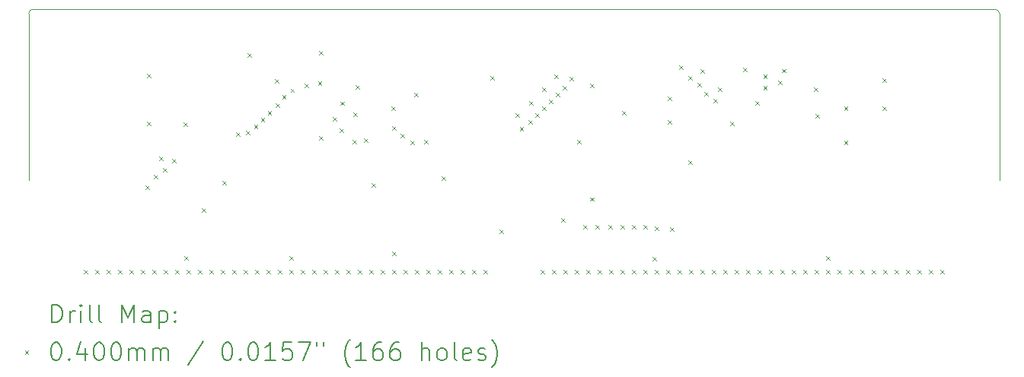
<source format=gbr>
%TF.GenerationSoftware,KiCad,Pcbnew,7.0.9*%
%TF.CreationDate,2024-01-22T22:29:13+01:00*%
%TF.ProjectId,simm72_ram_8M10,73696d6d-3732-45f7-9261-6d5f384d3130,A*%
%TF.SameCoordinates,Original*%
%TF.FileFunction,Drillmap*%
%TF.FilePolarity,Positive*%
%FSLAX45Y45*%
G04 Gerber Fmt 4.5, Leading zero omitted, Abs format (unit mm)*
G04 Created by KiCad (PCBNEW 7.0.9) date 2024-01-22 22:29:13*
%MOMM*%
%LPD*%
G01*
G04 APERTURE LIST*
%ADD10C,0.050000*%
%ADD11C,0.200000*%
%ADD12C,0.100000*%
G04 APERTURE END LIST*
D10*
X5153300Y-8366960D02*
G75*
G03*
X5102500Y-8417760I0J-50800D01*
G01*
X15897500Y-8417760D02*
G75*
G03*
X15846700Y-8366960I-50800J0D01*
G01*
X15897500Y-8417760D02*
X15897580Y-10274500D01*
X5102500Y-8417760D02*
X5102580Y-10274500D01*
X15846700Y-8366960D02*
X5153300Y-8366960D01*
D11*
D12*
X5717500Y-11270500D02*
X5757500Y-11310500D01*
X5757500Y-11270500D02*
X5717500Y-11310500D01*
X5844500Y-11270500D02*
X5884500Y-11310500D01*
X5884500Y-11270500D02*
X5844500Y-11310500D01*
X5971500Y-11270500D02*
X6011500Y-11310500D01*
X6011500Y-11270500D02*
X5971500Y-11310500D01*
X6098500Y-11270500D02*
X6138500Y-11310500D01*
X6138500Y-11270500D02*
X6098500Y-11310500D01*
X6225500Y-11270500D02*
X6265500Y-11310500D01*
X6265500Y-11270500D02*
X6225500Y-11310500D01*
X6352500Y-11270500D02*
X6392500Y-11310500D01*
X6392500Y-11270500D02*
X6352500Y-11310500D01*
X6403300Y-10330700D02*
X6443300Y-10370700D01*
X6443300Y-10330700D02*
X6403300Y-10370700D01*
X6416000Y-9086100D02*
X6456000Y-9126100D01*
X6456000Y-9086100D02*
X6416000Y-9126100D01*
X6416000Y-9619500D02*
X6456000Y-9659500D01*
X6456000Y-9619500D02*
X6416000Y-9659500D01*
X6479500Y-11270500D02*
X6519500Y-11310500D01*
X6519500Y-11270500D02*
X6479500Y-11310500D01*
X6492200Y-10216400D02*
X6532200Y-10256400D01*
X6532200Y-10216400D02*
X6492200Y-10256400D01*
X6555700Y-10013200D02*
X6595700Y-10053200D01*
X6595700Y-10013200D02*
X6555700Y-10053200D01*
X6597099Y-10140200D02*
X6637099Y-10180200D01*
X6637099Y-10140200D02*
X6597099Y-10180200D01*
X6606500Y-11270500D02*
X6646500Y-11310500D01*
X6646500Y-11270500D02*
X6606500Y-11310500D01*
X6695400Y-10038600D02*
X6735400Y-10078600D01*
X6735400Y-10038600D02*
X6695400Y-10078600D01*
X6733500Y-11270500D02*
X6773500Y-11310500D01*
X6773500Y-11270500D02*
X6733500Y-11310500D01*
X6822400Y-9632200D02*
X6862400Y-9672200D01*
X6862400Y-9632200D02*
X6822400Y-9672200D01*
X6835100Y-11118100D02*
X6875100Y-11158100D01*
X6875100Y-11118100D02*
X6835100Y-11158100D01*
X6860500Y-11270500D02*
X6900500Y-11310500D01*
X6900500Y-11270500D02*
X6860500Y-11310500D01*
X6987500Y-11270500D02*
X7027500Y-11310500D01*
X7027500Y-11270500D02*
X6987500Y-11310500D01*
X7025600Y-10584700D02*
X7065600Y-10624700D01*
X7065600Y-10584700D02*
X7025600Y-10624700D01*
X7114500Y-11270500D02*
X7154500Y-11310500D01*
X7154500Y-11270500D02*
X7114500Y-11310500D01*
X7241500Y-11270500D02*
X7281500Y-11310500D01*
X7281500Y-11270500D02*
X7241500Y-11310500D01*
X7254200Y-10279900D02*
X7294200Y-10319900D01*
X7294200Y-10279900D02*
X7254200Y-10319900D01*
X7368500Y-11270500D02*
X7408500Y-11310500D01*
X7408500Y-11270500D02*
X7368500Y-11310500D01*
X7406600Y-9737550D02*
X7446600Y-9777550D01*
X7446600Y-9737550D02*
X7406600Y-9777550D01*
X7495500Y-11270500D02*
X7535500Y-11310500D01*
X7535500Y-11270500D02*
X7495500Y-11310500D01*
X7520900Y-9721100D02*
X7560900Y-9761100D01*
X7560900Y-9721100D02*
X7520900Y-9761100D01*
X7533600Y-8857500D02*
X7573600Y-8897500D01*
X7573600Y-8857500D02*
X7533600Y-8897500D01*
X7609370Y-9657170D02*
X7649370Y-9697170D01*
X7649370Y-9657170D02*
X7609370Y-9697170D01*
X7622500Y-11270500D02*
X7662500Y-11310500D01*
X7662500Y-11270500D02*
X7622500Y-11310500D01*
X7685570Y-9580970D02*
X7725570Y-9620970D01*
X7725570Y-9580970D02*
X7685570Y-9620970D01*
X7749500Y-11270500D02*
X7789500Y-11310500D01*
X7789500Y-11270500D02*
X7749500Y-11310500D01*
X7761770Y-9504770D02*
X7801770Y-9544770D01*
X7801770Y-9504770D02*
X7761770Y-9544770D01*
X7838400Y-9149600D02*
X7878400Y-9189600D01*
X7878400Y-9149600D02*
X7838400Y-9189600D01*
X7850670Y-9415870D02*
X7890670Y-9455870D01*
X7890670Y-9415870D02*
X7850670Y-9455870D01*
X7876500Y-11270500D02*
X7916500Y-11310500D01*
X7916500Y-11270500D02*
X7876500Y-11310500D01*
X7921564Y-9327400D02*
X7961564Y-9367400D01*
X7961564Y-9327400D02*
X7921564Y-9367400D01*
X8003500Y-11118100D02*
X8043500Y-11158100D01*
X8043500Y-11118100D02*
X8003500Y-11158100D01*
X8003500Y-11270500D02*
X8043500Y-11310500D01*
X8043500Y-11270500D02*
X8003500Y-11310500D01*
X8013920Y-9252620D02*
X8053920Y-9292620D01*
X8053920Y-9252620D02*
X8013920Y-9292620D01*
X8130500Y-11270500D02*
X8170500Y-11310500D01*
X8170500Y-11270500D02*
X8130500Y-11310500D01*
X8168600Y-9200400D02*
X8208600Y-9240400D01*
X8208600Y-9200400D02*
X8168600Y-9240400D01*
X8257500Y-11270500D02*
X8297500Y-11310500D01*
X8297500Y-11270500D02*
X8257500Y-11310500D01*
X8320570Y-9174570D02*
X8360570Y-9214570D01*
X8360570Y-9174570D02*
X8320570Y-9214570D01*
X8329950Y-9784600D02*
X8369950Y-9824600D01*
X8369950Y-9784600D02*
X8329950Y-9824600D01*
X8333700Y-8832100D02*
X8373700Y-8872100D01*
X8373700Y-8832100D02*
X8333700Y-8872100D01*
X8384500Y-11270500D02*
X8424500Y-11310500D01*
X8424500Y-11270500D02*
X8384500Y-11310500D01*
X8486100Y-9568700D02*
X8526100Y-9608700D01*
X8526100Y-9568700D02*
X8486100Y-9608700D01*
X8511500Y-11270500D02*
X8551500Y-11310500D01*
X8551500Y-11270500D02*
X8511500Y-11310500D01*
X8558550Y-9695700D02*
X8598550Y-9735700D01*
X8598550Y-9695700D02*
X8558550Y-9735700D01*
X8569150Y-9397750D02*
X8609150Y-9437750D01*
X8609150Y-9397750D02*
X8569150Y-9437750D01*
X8638500Y-11270500D02*
X8678500Y-11310500D01*
X8678500Y-11270500D02*
X8638500Y-11310500D01*
X8703500Y-9822700D02*
X8743500Y-9862700D01*
X8743500Y-9822700D02*
X8703500Y-9862700D01*
X8716165Y-9519365D02*
X8756165Y-9559365D01*
X8756165Y-9519365D02*
X8716165Y-9559365D01*
X8740100Y-9213100D02*
X8780100Y-9253100D01*
X8780100Y-9213100D02*
X8740100Y-9253100D01*
X8765500Y-11270500D02*
X8805500Y-11310500D01*
X8805500Y-11270500D02*
X8765500Y-11310500D01*
X8829899Y-9810000D02*
X8869899Y-9850000D01*
X8869899Y-9810000D02*
X8829899Y-9850000D01*
X8892500Y-11270500D02*
X8932500Y-11310500D01*
X8932500Y-11270500D02*
X8892500Y-11310500D01*
X8917900Y-10305300D02*
X8957900Y-10345300D01*
X8957900Y-10305300D02*
X8917900Y-10345300D01*
X9019500Y-11270500D02*
X9059500Y-11310500D01*
X9059500Y-11270500D02*
X9019500Y-11310500D01*
X9133800Y-9454400D02*
X9173800Y-9494400D01*
X9173800Y-9454400D02*
X9133800Y-9494400D01*
X9146500Y-9670300D02*
X9186500Y-9710300D01*
X9186500Y-9670300D02*
X9146500Y-9710300D01*
X9146500Y-11067300D02*
X9186500Y-11107300D01*
X9186500Y-11067300D02*
X9146500Y-11107300D01*
X9146500Y-11270500D02*
X9186500Y-11310500D01*
X9186500Y-11270500D02*
X9146500Y-11310500D01*
X9235400Y-9759200D02*
X9275400Y-9799200D01*
X9275400Y-9759200D02*
X9235400Y-9799200D01*
X9273500Y-11270500D02*
X9313500Y-11310500D01*
X9313500Y-11270500D02*
X9273500Y-11310500D01*
X9345950Y-9835400D02*
X9385950Y-9875400D01*
X9385950Y-9835400D02*
X9345950Y-9875400D01*
X9387800Y-9302000D02*
X9427800Y-9342000D01*
X9427800Y-9302000D02*
X9387800Y-9342000D01*
X9400500Y-11270500D02*
X9440500Y-11310500D01*
X9440500Y-11270500D02*
X9400500Y-11310500D01*
X9502100Y-9822700D02*
X9542100Y-9862700D01*
X9542100Y-9822700D02*
X9502100Y-9862700D01*
X9527500Y-11270500D02*
X9567500Y-11310500D01*
X9567500Y-11270500D02*
X9527500Y-11310500D01*
X9654500Y-11270500D02*
X9694500Y-11310500D01*
X9694500Y-11270500D02*
X9654500Y-11310500D01*
X9692600Y-10229100D02*
X9732600Y-10269100D01*
X9732600Y-10229100D02*
X9692600Y-10269100D01*
X9781500Y-11270500D02*
X9821500Y-11310500D01*
X9821500Y-11270500D02*
X9781500Y-11310500D01*
X9908500Y-11270500D02*
X9948500Y-11310500D01*
X9948500Y-11270500D02*
X9908500Y-11310500D01*
X10035500Y-11270500D02*
X10075500Y-11310500D01*
X10075500Y-11270500D02*
X10035500Y-11310500D01*
X10162500Y-11270500D02*
X10202500Y-11310500D01*
X10202500Y-11270500D02*
X10162500Y-11310500D01*
X10238700Y-9111500D02*
X10278700Y-9151500D01*
X10278700Y-9111500D02*
X10238700Y-9151500D01*
X10340300Y-10826000D02*
X10380300Y-10866000D01*
X10380300Y-10826000D02*
X10340300Y-10866000D01*
X10518100Y-9530600D02*
X10558100Y-9570600D01*
X10558100Y-9530600D02*
X10518100Y-9570600D01*
X10562979Y-9683000D02*
X10602979Y-9723000D01*
X10602979Y-9683000D02*
X10562979Y-9723000D01*
X10657800Y-9606800D02*
X10697800Y-9646800D01*
X10697800Y-9606800D02*
X10657800Y-9646800D01*
X10670500Y-9390900D02*
X10710500Y-9430900D01*
X10710500Y-9390900D02*
X10670500Y-9430900D01*
X10734000Y-9530600D02*
X10774000Y-9570600D01*
X10774000Y-9530600D02*
X10734000Y-9570600D01*
X10797500Y-11270500D02*
X10837500Y-11310500D01*
X10837500Y-11270500D02*
X10797500Y-11310500D01*
X10810200Y-9238500D02*
X10850200Y-9278500D01*
X10850200Y-9238500D02*
X10810200Y-9278500D01*
X10810200Y-9454400D02*
X10850200Y-9494400D01*
X10850200Y-9454400D02*
X10810200Y-9494400D01*
X10886400Y-9378200D02*
X10926400Y-9418200D01*
X10926400Y-9378200D02*
X10886400Y-9418200D01*
X10924500Y-11270500D02*
X10964500Y-11310500D01*
X10964500Y-11270500D02*
X10924500Y-11310500D01*
X10949900Y-9098800D02*
X10989900Y-9138800D01*
X10989900Y-9098800D02*
X10949900Y-9138800D01*
X10962600Y-9302000D02*
X11002600Y-9342000D01*
X11002600Y-9302000D02*
X10962600Y-9342000D01*
X11026100Y-10699000D02*
X11066100Y-10739000D01*
X11066100Y-10699000D02*
X11026100Y-10739000D01*
X11038800Y-9225800D02*
X11078800Y-9265800D01*
X11078800Y-9225800D02*
X11038800Y-9265800D01*
X11051500Y-11270500D02*
X11091500Y-11310500D01*
X11091500Y-11270500D02*
X11051500Y-11310500D01*
X11115000Y-9124200D02*
X11155000Y-9164200D01*
X11155000Y-9124200D02*
X11115000Y-9164200D01*
X11178500Y-11270500D02*
X11218500Y-11310500D01*
X11218500Y-11270500D02*
X11178500Y-11310500D01*
X11203900Y-9822700D02*
X11243900Y-9862700D01*
X11243900Y-9822700D02*
X11203900Y-9862700D01*
X11267400Y-10775200D02*
X11307400Y-10815200D01*
X11307400Y-10775200D02*
X11267400Y-10815200D01*
X11305500Y-11270500D02*
X11345500Y-11310500D01*
X11345500Y-11270500D02*
X11305500Y-11310500D01*
X11343600Y-9196550D02*
X11383600Y-9236550D01*
X11383600Y-9196550D02*
X11343600Y-9236550D01*
X11343600Y-10463050D02*
X11383600Y-10503050D01*
X11383600Y-10463050D02*
X11343600Y-10503050D01*
X11407100Y-10775200D02*
X11447100Y-10815200D01*
X11447100Y-10775200D02*
X11407100Y-10815200D01*
X11432500Y-11270500D02*
X11472500Y-11310500D01*
X11472500Y-11270500D02*
X11432500Y-11310500D01*
X11546800Y-10775200D02*
X11586800Y-10815200D01*
X11586800Y-10775200D02*
X11546800Y-10815200D01*
X11559500Y-11270500D02*
X11599500Y-11310500D01*
X11599500Y-11270500D02*
X11559500Y-11310500D01*
X11686500Y-10775200D02*
X11726500Y-10815200D01*
X11726500Y-10775200D02*
X11686500Y-10815200D01*
X11686500Y-11270500D02*
X11726500Y-11310500D01*
X11726500Y-11270500D02*
X11686500Y-11310500D01*
X11699200Y-9505200D02*
X11739200Y-9545200D01*
X11739200Y-9505200D02*
X11699200Y-9545200D01*
X11813500Y-10775200D02*
X11853500Y-10815200D01*
X11853500Y-10775200D02*
X11813500Y-10815200D01*
X11813500Y-11270500D02*
X11853500Y-11310500D01*
X11853500Y-11270500D02*
X11813500Y-11310500D01*
X11940500Y-10775200D02*
X11980500Y-10815200D01*
X11980500Y-10775200D02*
X11940500Y-10815200D01*
X11940500Y-11270500D02*
X11980500Y-11310500D01*
X11980500Y-11270500D02*
X11940500Y-11310500D01*
X12042100Y-11125550D02*
X12082100Y-11165550D01*
X12082100Y-11125550D02*
X12042100Y-11165550D01*
X12067500Y-10787900D02*
X12107500Y-10827900D01*
X12107500Y-10787900D02*
X12067500Y-10827900D01*
X12067500Y-11270500D02*
X12107500Y-11310500D01*
X12107500Y-11270500D02*
X12067500Y-11310500D01*
X12194500Y-11270500D02*
X12234500Y-11310500D01*
X12234500Y-11270500D02*
X12194500Y-11310500D01*
X12207200Y-9340100D02*
X12247200Y-9380100D01*
X12247200Y-9340100D02*
X12207200Y-9380100D01*
X12207200Y-9606800D02*
X12247200Y-9646800D01*
X12247200Y-9606800D02*
X12207200Y-9646800D01*
X12232600Y-10800600D02*
X12272600Y-10840600D01*
X12272600Y-10800600D02*
X12232600Y-10840600D01*
X12321500Y-11270500D02*
X12361500Y-11310500D01*
X12361500Y-11270500D02*
X12321500Y-11310500D01*
X12334200Y-8997200D02*
X12374200Y-9037200D01*
X12374200Y-8997200D02*
X12334200Y-9037200D01*
X12435800Y-9111500D02*
X12475800Y-9151500D01*
X12475800Y-9111500D02*
X12435800Y-9151500D01*
X12435800Y-10051300D02*
X12475800Y-10091300D01*
X12475800Y-10051300D02*
X12435800Y-10091300D01*
X12448500Y-11270500D02*
X12488500Y-11310500D01*
X12488500Y-11270500D02*
X12448500Y-11310500D01*
X12537400Y-9187700D02*
X12577400Y-9227700D01*
X12577400Y-9187700D02*
X12537400Y-9227700D01*
X12575500Y-9035300D02*
X12615500Y-9075300D01*
X12615500Y-9035300D02*
X12575500Y-9075300D01*
X12575500Y-11270500D02*
X12615500Y-11310500D01*
X12615500Y-11270500D02*
X12575500Y-11310500D01*
X12613600Y-9289300D02*
X12653600Y-9329300D01*
X12653600Y-9289300D02*
X12613600Y-9329300D01*
X12702500Y-11270500D02*
X12742500Y-11310500D01*
X12742500Y-11270500D02*
X12702500Y-11310500D01*
X12718128Y-9368428D02*
X12758128Y-9408428D01*
X12758128Y-9368428D02*
X12718128Y-9408428D01*
X12766000Y-9238500D02*
X12806000Y-9278500D01*
X12806000Y-9238500D02*
X12766000Y-9278500D01*
X12829500Y-11270500D02*
X12869500Y-11310500D01*
X12869500Y-11270500D02*
X12829500Y-11310500D01*
X12905865Y-9618946D02*
X12945865Y-9658946D01*
X12945865Y-9618946D02*
X12905865Y-9658946D01*
X12956500Y-11270500D02*
X12996500Y-11310500D01*
X12996500Y-11270500D02*
X12956500Y-11310500D01*
X13045400Y-9022600D02*
X13085400Y-9062600D01*
X13085400Y-9022600D02*
X13045400Y-9062600D01*
X13083500Y-11270500D02*
X13123500Y-11310500D01*
X13123500Y-11270500D02*
X13083500Y-11310500D01*
X13185100Y-9390900D02*
X13225100Y-9430900D01*
X13225100Y-9390900D02*
X13185100Y-9430900D01*
X13210500Y-11270500D02*
X13250500Y-11310500D01*
X13250500Y-11270500D02*
X13210500Y-11310500D01*
X13273570Y-9099230D02*
X13313570Y-9139230D01*
X13313570Y-9099230D02*
X13273570Y-9139230D01*
X13273570Y-9225370D02*
X13313570Y-9265370D01*
X13313570Y-9225370D02*
X13273570Y-9265370D01*
X13337500Y-11270500D02*
X13377500Y-11310500D01*
X13377500Y-11270500D02*
X13337500Y-11310500D01*
X13439530Y-9161870D02*
X13479530Y-9201870D01*
X13479530Y-9161870D02*
X13439530Y-9201870D01*
X13464500Y-11270500D02*
X13504500Y-11310500D01*
X13504500Y-11270500D02*
X13464500Y-11310500D01*
X13477200Y-9032450D02*
X13517200Y-9072450D01*
X13517200Y-9032450D02*
X13477200Y-9072450D01*
X13591500Y-11270500D02*
X13631500Y-11310500D01*
X13631500Y-11270500D02*
X13591500Y-11310500D01*
X13718500Y-11270500D02*
X13758500Y-11310500D01*
X13758500Y-11270500D02*
X13718500Y-11310500D01*
X13834687Y-9237550D02*
X13874687Y-9277550D01*
X13874687Y-9237550D02*
X13834687Y-9277550D01*
X13845500Y-11270500D02*
X13885500Y-11310500D01*
X13885500Y-11270500D02*
X13845500Y-11310500D01*
X13854450Y-9537550D02*
X13894450Y-9577550D01*
X13894450Y-9537550D02*
X13854450Y-9577550D01*
X13972500Y-11118100D02*
X14012500Y-11158100D01*
X14012500Y-11118100D02*
X13972500Y-11158100D01*
X13972500Y-11270500D02*
X14012500Y-11310500D01*
X14012500Y-11270500D02*
X13972500Y-11310500D01*
X14099500Y-11270500D02*
X14139500Y-11310500D01*
X14139500Y-11270500D02*
X14099500Y-11310500D01*
X14170350Y-9454400D02*
X14210350Y-9494400D01*
X14210350Y-9454400D02*
X14170350Y-9494400D01*
X14170350Y-9835400D02*
X14210350Y-9875400D01*
X14210350Y-9835400D02*
X14170350Y-9875400D01*
X14226500Y-11270500D02*
X14266500Y-11310500D01*
X14266500Y-11270500D02*
X14226500Y-11310500D01*
X14353500Y-11270500D02*
X14393500Y-11310500D01*
X14393500Y-11270500D02*
X14353500Y-11310500D01*
X14480500Y-11270500D02*
X14520500Y-11310500D01*
X14520500Y-11270500D02*
X14480500Y-11310500D01*
X14594800Y-9136900D02*
X14634800Y-9176900D01*
X14634800Y-9136900D02*
X14594800Y-9176900D01*
X14594800Y-9454400D02*
X14634800Y-9494400D01*
X14634800Y-9454400D02*
X14594800Y-9494400D01*
X14607500Y-11270500D02*
X14647500Y-11310500D01*
X14647500Y-11270500D02*
X14607500Y-11310500D01*
X14734500Y-11270500D02*
X14774500Y-11310500D01*
X14774500Y-11270500D02*
X14734500Y-11310500D01*
X14861500Y-11270500D02*
X14901500Y-11310500D01*
X14901500Y-11270500D02*
X14861500Y-11310500D01*
X14988500Y-11270500D02*
X15028500Y-11310500D01*
X15028500Y-11270500D02*
X14988500Y-11310500D01*
X15115500Y-11270500D02*
X15155500Y-11310500D01*
X15155500Y-11270500D02*
X15115500Y-11310500D01*
X15242500Y-11270500D02*
X15282500Y-11310500D01*
X15282500Y-11270500D02*
X15242500Y-11310500D01*
D11*
X5360777Y-11858484D02*
X5360777Y-11658484D01*
X5360777Y-11658484D02*
X5408396Y-11658484D01*
X5408396Y-11658484D02*
X5436967Y-11668008D01*
X5436967Y-11668008D02*
X5456015Y-11687055D01*
X5456015Y-11687055D02*
X5465539Y-11706103D01*
X5465539Y-11706103D02*
X5475063Y-11744198D01*
X5475063Y-11744198D02*
X5475063Y-11772769D01*
X5475063Y-11772769D02*
X5465539Y-11810865D01*
X5465539Y-11810865D02*
X5456015Y-11829912D01*
X5456015Y-11829912D02*
X5436967Y-11848960D01*
X5436967Y-11848960D02*
X5408396Y-11858484D01*
X5408396Y-11858484D02*
X5360777Y-11858484D01*
X5560777Y-11858484D02*
X5560777Y-11725150D01*
X5560777Y-11763246D02*
X5570301Y-11744198D01*
X5570301Y-11744198D02*
X5579824Y-11734674D01*
X5579824Y-11734674D02*
X5598872Y-11725150D01*
X5598872Y-11725150D02*
X5617920Y-11725150D01*
X5684586Y-11858484D02*
X5684586Y-11725150D01*
X5684586Y-11658484D02*
X5675062Y-11668008D01*
X5675062Y-11668008D02*
X5684586Y-11677531D01*
X5684586Y-11677531D02*
X5694110Y-11668008D01*
X5694110Y-11668008D02*
X5684586Y-11658484D01*
X5684586Y-11658484D02*
X5684586Y-11677531D01*
X5808396Y-11858484D02*
X5789348Y-11848960D01*
X5789348Y-11848960D02*
X5779824Y-11829912D01*
X5779824Y-11829912D02*
X5779824Y-11658484D01*
X5913158Y-11858484D02*
X5894110Y-11848960D01*
X5894110Y-11848960D02*
X5884586Y-11829912D01*
X5884586Y-11829912D02*
X5884586Y-11658484D01*
X6141729Y-11858484D02*
X6141729Y-11658484D01*
X6141729Y-11658484D02*
X6208396Y-11801341D01*
X6208396Y-11801341D02*
X6275062Y-11658484D01*
X6275062Y-11658484D02*
X6275062Y-11858484D01*
X6456015Y-11858484D02*
X6456015Y-11753722D01*
X6456015Y-11753722D02*
X6446491Y-11734674D01*
X6446491Y-11734674D02*
X6427443Y-11725150D01*
X6427443Y-11725150D02*
X6389348Y-11725150D01*
X6389348Y-11725150D02*
X6370301Y-11734674D01*
X6456015Y-11848960D02*
X6436967Y-11858484D01*
X6436967Y-11858484D02*
X6389348Y-11858484D01*
X6389348Y-11858484D02*
X6370301Y-11848960D01*
X6370301Y-11848960D02*
X6360777Y-11829912D01*
X6360777Y-11829912D02*
X6360777Y-11810865D01*
X6360777Y-11810865D02*
X6370301Y-11791817D01*
X6370301Y-11791817D02*
X6389348Y-11782293D01*
X6389348Y-11782293D02*
X6436967Y-11782293D01*
X6436967Y-11782293D02*
X6456015Y-11772769D01*
X6551253Y-11725150D02*
X6551253Y-11925150D01*
X6551253Y-11734674D02*
X6570301Y-11725150D01*
X6570301Y-11725150D02*
X6608396Y-11725150D01*
X6608396Y-11725150D02*
X6627443Y-11734674D01*
X6627443Y-11734674D02*
X6636967Y-11744198D01*
X6636967Y-11744198D02*
X6646491Y-11763246D01*
X6646491Y-11763246D02*
X6646491Y-11820388D01*
X6646491Y-11820388D02*
X6636967Y-11839436D01*
X6636967Y-11839436D02*
X6627443Y-11848960D01*
X6627443Y-11848960D02*
X6608396Y-11858484D01*
X6608396Y-11858484D02*
X6570301Y-11858484D01*
X6570301Y-11858484D02*
X6551253Y-11848960D01*
X6732205Y-11839436D02*
X6741729Y-11848960D01*
X6741729Y-11848960D02*
X6732205Y-11858484D01*
X6732205Y-11858484D02*
X6722682Y-11848960D01*
X6722682Y-11848960D02*
X6732205Y-11839436D01*
X6732205Y-11839436D02*
X6732205Y-11858484D01*
X6732205Y-11734674D02*
X6741729Y-11744198D01*
X6741729Y-11744198D02*
X6732205Y-11753722D01*
X6732205Y-11753722D02*
X6722682Y-11744198D01*
X6722682Y-11744198D02*
X6732205Y-11734674D01*
X6732205Y-11734674D02*
X6732205Y-11753722D01*
D12*
X5060000Y-12167000D02*
X5100000Y-12207000D01*
X5100000Y-12167000D02*
X5060000Y-12207000D01*
D11*
X5398872Y-12078484D02*
X5417920Y-12078484D01*
X5417920Y-12078484D02*
X5436967Y-12088008D01*
X5436967Y-12088008D02*
X5446491Y-12097531D01*
X5446491Y-12097531D02*
X5456015Y-12116579D01*
X5456015Y-12116579D02*
X5465539Y-12154674D01*
X5465539Y-12154674D02*
X5465539Y-12202293D01*
X5465539Y-12202293D02*
X5456015Y-12240388D01*
X5456015Y-12240388D02*
X5446491Y-12259436D01*
X5446491Y-12259436D02*
X5436967Y-12268960D01*
X5436967Y-12268960D02*
X5417920Y-12278484D01*
X5417920Y-12278484D02*
X5398872Y-12278484D01*
X5398872Y-12278484D02*
X5379824Y-12268960D01*
X5379824Y-12268960D02*
X5370301Y-12259436D01*
X5370301Y-12259436D02*
X5360777Y-12240388D01*
X5360777Y-12240388D02*
X5351253Y-12202293D01*
X5351253Y-12202293D02*
X5351253Y-12154674D01*
X5351253Y-12154674D02*
X5360777Y-12116579D01*
X5360777Y-12116579D02*
X5370301Y-12097531D01*
X5370301Y-12097531D02*
X5379824Y-12088008D01*
X5379824Y-12088008D02*
X5398872Y-12078484D01*
X5551253Y-12259436D02*
X5560777Y-12268960D01*
X5560777Y-12268960D02*
X5551253Y-12278484D01*
X5551253Y-12278484D02*
X5541729Y-12268960D01*
X5541729Y-12268960D02*
X5551253Y-12259436D01*
X5551253Y-12259436D02*
X5551253Y-12278484D01*
X5732205Y-12145150D02*
X5732205Y-12278484D01*
X5684586Y-12068960D02*
X5636967Y-12211817D01*
X5636967Y-12211817D02*
X5760777Y-12211817D01*
X5875062Y-12078484D02*
X5894110Y-12078484D01*
X5894110Y-12078484D02*
X5913158Y-12088008D01*
X5913158Y-12088008D02*
X5922682Y-12097531D01*
X5922682Y-12097531D02*
X5932205Y-12116579D01*
X5932205Y-12116579D02*
X5941729Y-12154674D01*
X5941729Y-12154674D02*
X5941729Y-12202293D01*
X5941729Y-12202293D02*
X5932205Y-12240388D01*
X5932205Y-12240388D02*
X5922682Y-12259436D01*
X5922682Y-12259436D02*
X5913158Y-12268960D01*
X5913158Y-12268960D02*
X5894110Y-12278484D01*
X5894110Y-12278484D02*
X5875062Y-12278484D01*
X5875062Y-12278484D02*
X5856015Y-12268960D01*
X5856015Y-12268960D02*
X5846491Y-12259436D01*
X5846491Y-12259436D02*
X5836967Y-12240388D01*
X5836967Y-12240388D02*
X5827443Y-12202293D01*
X5827443Y-12202293D02*
X5827443Y-12154674D01*
X5827443Y-12154674D02*
X5836967Y-12116579D01*
X5836967Y-12116579D02*
X5846491Y-12097531D01*
X5846491Y-12097531D02*
X5856015Y-12088008D01*
X5856015Y-12088008D02*
X5875062Y-12078484D01*
X6065539Y-12078484D02*
X6084586Y-12078484D01*
X6084586Y-12078484D02*
X6103634Y-12088008D01*
X6103634Y-12088008D02*
X6113158Y-12097531D01*
X6113158Y-12097531D02*
X6122682Y-12116579D01*
X6122682Y-12116579D02*
X6132205Y-12154674D01*
X6132205Y-12154674D02*
X6132205Y-12202293D01*
X6132205Y-12202293D02*
X6122682Y-12240388D01*
X6122682Y-12240388D02*
X6113158Y-12259436D01*
X6113158Y-12259436D02*
X6103634Y-12268960D01*
X6103634Y-12268960D02*
X6084586Y-12278484D01*
X6084586Y-12278484D02*
X6065539Y-12278484D01*
X6065539Y-12278484D02*
X6046491Y-12268960D01*
X6046491Y-12268960D02*
X6036967Y-12259436D01*
X6036967Y-12259436D02*
X6027443Y-12240388D01*
X6027443Y-12240388D02*
X6017920Y-12202293D01*
X6017920Y-12202293D02*
X6017920Y-12154674D01*
X6017920Y-12154674D02*
X6027443Y-12116579D01*
X6027443Y-12116579D02*
X6036967Y-12097531D01*
X6036967Y-12097531D02*
X6046491Y-12088008D01*
X6046491Y-12088008D02*
X6065539Y-12078484D01*
X6217920Y-12278484D02*
X6217920Y-12145150D01*
X6217920Y-12164198D02*
X6227443Y-12154674D01*
X6227443Y-12154674D02*
X6246491Y-12145150D01*
X6246491Y-12145150D02*
X6275063Y-12145150D01*
X6275063Y-12145150D02*
X6294110Y-12154674D01*
X6294110Y-12154674D02*
X6303634Y-12173722D01*
X6303634Y-12173722D02*
X6303634Y-12278484D01*
X6303634Y-12173722D02*
X6313158Y-12154674D01*
X6313158Y-12154674D02*
X6332205Y-12145150D01*
X6332205Y-12145150D02*
X6360777Y-12145150D01*
X6360777Y-12145150D02*
X6379824Y-12154674D01*
X6379824Y-12154674D02*
X6389348Y-12173722D01*
X6389348Y-12173722D02*
X6389348Y-12278484D01*
X6484586Y-12278484D02*
X6484586Y-12145150D01*
X6484586Y-12164198D02*
X6494110Y-12154674D01*
X6494110Y-12154674D02*
X6513158Y-12145150D01*
X6513158Y-12145150D02*
X6541729Y-12145150D01*
X6541729Y-12145150D02*
X6560777Y-12154674D01*
X6560777Y-12154674D02*
X6570301Y-12173722D01*
X6570301Y-12173722D02*
X6570301Y-12278484D01*
X6570301Y-12173722D02*
X6579824Y-12154674D01*
X6579824Y-12154674D02*
X6598872Y-12145150D01*
X6598872Y-12145150D02*
X6627443Y-12145150D01*
X6627443Y-12145150D02*
X6646491Y-12154674D01*
X6646491Y-12154674D02*
X6656015Y-12173722D01*
X6656015Y-12173722D02*
X6656015Y-12278484D01*
X7046491Y-12068960D02*
X6875063Y-12326103D01*
X7303634Y-12078484D02*
X7322682Y-12078484D01*
X7322682Y-12078484D02*
X7341729Y-12088008D01*
X7341729Y-12088008D02*
X7351253Y-12097531D01*
X7351253Y-12097531D02*
X7360777Y-12116579D01*
X7360777Y-12116579D02*
X7370301Y-12154674D01*
X7370301Y-12154674D02*
X7370301Y-12202293D01*
X7370301Y-12202293D02*
X7360777Y-12240388D01*
X7360777Y-12240388D02*
X7351253Y-12259436D01*
X7351253Y-12259436D02*
X7341729Y-12268960D01*
X7341729Y-12268960D02*
X7322682Y-12278484D01*
X7322682Y-12278484D02*
X7303634Y-12278484D01*
X7303634Y-12278484D02*
X7284586Y-12268960D01*
X7284586Y-12268960D02*
X7275063Y-12259436D01*
X7275063Y-12259436D02*
X7265539Y-12240388D01*
X7265539Y-12240388D02*
X7256015Y-12202293D01*
X7256015Y-12202293D02*
X7256015Y-12154674D01*
X7256015Y-12154674D02*
X7265539Y-12116579D01*
X7265539Y-12116579D02*
X7275063Y-12097531D01*
X7275063Y-12097531D02*
X7284586Y-12088008D01*
X7284586Y-12088008D02*
X7303634Y-12078484D01*
X7456015Y-12259436D02*
X7465539Y-12268960D01*
X7465539Y-12268960D02*
X7456015Y-12278484D01*
X7456015Y-12278484D02*
X7446491Y-12268960D01*
X7446491Y-12268960D02*
X7456015Y-12259436D01*
X7456015Y-12259436D02*
X7456015Y-12278484D01*
X7589348Y-12078484D02*
X7608396Y-12078484D01*
X7608396Y-12078484D02*
X7627444Y-12088008D01*
X7627444Y-12088008D02*
X7636967Y-12097531D01*
X7636967Y-12097531D02*
X7646491Y-12116579D01*
X7646491Y-12116579D02*
X7656015Y-12154674D01*
X7656015Y-12154674D02*
X7656015Y-12202293D01*
X7656015Y-12202293D02*
X7646491Y-12240388D01*
X7646491Y-12240388D02*
X7636967Y-12259436D01*
X7636967Y-12259436D02*
X7627444Y-12268960D01*
X7627444Y-12268960D02*
X7608396Y-12278484D01*
X7608396Y-12278484D02*
X7589348Y-12278484D01*
X7589348Y-12278484D02*
X7570301Y-12268960D01*
X7570301Y-12268960D02*
X7560777Y-12259436D01*
X7560777Y-12259436D02*
X7551253Y-12240388D01*
X7551253Y-12240388D02*
X7541729Y-12202293D01*
X7541729Y-12202293D02*
X7541729Y-12154674D01*
X7541729Y-12154674D02*
X7551253Y-12116579D01*
X7551253Y-12116579D02*
X7560777Y-12097531D01*
X7560777Y-12097531D02*
X7570301Y-12088008D01*
X7570301Y-12088008D02*
X7589348Y-12078484D01*
X7846491Y-12278484D02*
X7732206Y-12278484D01*
X7789348Y-12278484D02*
X7789348Y-12078484D01*
X7789348Y-12078484D02*
X7770301Y-12107055D01*
X7770301Y-12107055D02*
X7751253Y-12126103D01*
X7751253Y-12126103D02*
X7732206Y-12135627D01*
X8027444Y-12078484D02*
X7932206Y-12078484D01*
X7932206Y-12078484D02*
X7922682Y-12173722D01*
X7922682Y-12173722D02*
X7932206Y-12164198D01*
X7932206Y-12164198D02*
X7951253Y-12154674D01*
X7951253Y-12154674D02*
X7998872Y-12154674D01*
X7998872Y-12154674D02*
X8017920Y-12164198D01*
X8017920Y-12164198D02*
X8027444Y-12173722D01*
X8027444Y-12173722D02*
X8036967Y-12192769D01*
X8036967Y-12192769D02*
X8036967Y-12240388D01*
X8036967Y-12240388D02*
X8027444Y-12259436D01*
X8027444Y-12259436D02*
X8017920Y-12268960D01*
X8017920Y-12268960D02*
X7998872Y-12278484D01*
X7998872Y-12278484D02*
X7951253Y-12278484D01*
X7951253Y-12278484D02*
X7932206Y-12268960D01*
X7932206Y-12268960D02*
X7922682Y-12259436D01*
X8103634Y-12078484D02*
X8236967Y-12078484D01*
X8236967Y-12078484D02*
X8151253Y-12278484D01*
X8303634Y-12078484D02*
X8303634Y-12116579D01*
X8379825Y-12078484D02*
X8379825Y-12116579D01*
X8675063Y-12354674D02*
X8665539Y-12345150D01*
X8665539Y-12345150D02*
X8646491Y-12316579D01*
X8646491Y-12316579D02*
X8636968Y-12297531D01*
X8636968Y-12297531D02*
X8627444Y-12268960D01*
X8627444Y-12268960D02*
X8617920Y-12221341D01*
X8617920Y-12221341D02*
X8617920Y-12183246D01*
X8617920Y-12183246D02*
X8627444Y-12135627D01*
X8627444Y-12135627D02*
X8636968Y-12107055D01*
X8636968Y-12107055D02*
X8646491Y-12088008D01*
X8646491Y-12088008D02*
X8665539Y-12059436D01*
X8665539Y-12059436D02*
X8675063Y-12049912D01*
X8856015Y-12278484D02*
X8741730Y-12278484D01*
X8798872Y-12278484D02*
X8798872Y-12078484D01*
X8798872Y-12078484D02*
X8779825Y-12107055D01*
X8779825Y-12107055D02*
X8760777Y-12126103D01*
X8760777Y-12126103D02*
X8741730Y-12135627D01*
X9027444Y-12078484D02*
X8989349Y-12078484D01*
X8989349Y-12078484D02*
X8970301Y-12088008D01*
X8970301Y-12088008D02*
X8960777Y-12097531D01*
X8960777Y-12097531D02*
X8941730Y-12126103D01*
X8941730Y-12126103D02*
X8932206Y-12164198D01*
X8932206Y-12164198D02*
X8932206Y-12240388D01*
X8932206Y-12240388D02*
X8941730Y-12259436D01*
X8941730Y-12259436D02*
X8951253Y-12268960D01*
X8951253Y-12268960D02*
X8970301Y-12278484D01*
X8970301Y-12278484D02*
X9008396Y-12278484D01*
X9008396Y-12278484D02*
X9027444Y-12268960D01*
X9027444Y-12268960D02*
X9036968Y-12259436D01*
X9036968Y-12259436D02*
X9046491Y-12240388D01*
X9046491Y-12240388D02*
X9046491Y-12192769D01*
X9046491Y-12192769D02*
X9036968Y-12173722D01*
X9036968Y-12173722D02*
X9027444Y-12164198D01*
X9027444Y-12164198D02*
X9008396Y-12154674D01*
X9008396Y-12154674D02*
X8970301Y-12154674D01*
X8970301Y-12154674D02*
X8951253Y-12164198D01*
X8951253Y-12164198D02*
X8941730Y-12173722D01*
X8941730Y-12173722D02*
X8932206Y-12192769D01*
X9217920Y-12078484D02*
X9179825Y-12078484D01*
X9179825Y-12078484D02*
X9160777Y-12088008D01*
X9160777Y-12088008D02*
X9151253Y-12097531D01*
X9151253Y-12097531D02*
X9132206Y-12126103D01*
X9132206Y-12126103D02*
X9122682Y-12164198D01*
X9122682Y-12164198D02*
X9122682Y-12240388D01*
X9122682Y-12240388D02*
X9132206Y-12259436D01*
X9132206Y-12259436D02*
X9141730Y-12268960D01*
X9141730Y-12268960D02*
X9160777Y-12278484D01*
X9160777Y-12278484D02*
X9198872Y-12278484D01*
X9198872Y-12278484D02*
X9217920Y-12268960D01*
X9217920Y-12268960D02*
X9227444Y-12259436D01*
X9227444Y-12259436D02*
X9236968Y-12240388D01*
X9236968Y-12240388D02*
X9236968Y-12192769D01*
X9236968Y-12192769D02*
X9227444Y-12173722D01*
X9227444Y-12173722D02*
X9217920Y-12164198D01*
X9217920Y-12164198D02*
X9198872Y-12154674D01*
X9198872Y-12154674D02*
X9160777Y-12154674D01*
X9160777Y-12154674D02*
X9141730Y-12164198D01*
X9141730Y-12164198D02*
X9132206Y-12173722D01*
X9132206Y-12173722D02*
X9122682Y-12192769D01*
X9475063Y-12278484D02*
X9475063Y-12078484D01*
X9560777Y-12278484D02*
X9560777Y-12173722D01*
X9560777Y-12173722D02*
X9551253Y-12154674D01*
X9551253Y-12154674D02*
X9532206Y-12145150D01*
X9532206Y-12145150D02*
X9503634Y-12145150D01*
X9503634Y-12145150D02*
X9484587Y-12154674D01*
X9484587Y-12154674D02*
X9475063Y-12164198D01*
X9684587Y-12278484D02*
X9665539Y-12268960D01*
X9665539Y-12268960D02*
X9656015Y-12259436D01*
X9656015Y-12259436D02*
X9646492Y-12240388D01*
X9646492Y-12240388D02*
X9646492Y-12183246D01*
X9646492Y-12183246D02*
X9656015Y-12164198D01*
X9656015Y-12164198D02*
X9665539Y-12154674D01*
X9665539Y-12154674D02*
X9684587Y-12145150D01*
X9684587Y-12145150D02*
X9713158Y-12145150D01*
X9713158Y-12145150D02*
X9732206Y-12154674D01*
X9732206Y-12154674D02*
X9741730Y-12164198D01*
X9741730Y-12164198D02*
X9751253Y-12183246D01*
X9751253Y-12183246D02*
X9751253Y-12240388D01*
X9751253Y-12240388D02*
X9741730Y-12259436D01*
X9741730Y-12259436D02*
X9732206Y-12268960D01*
X9732206Y-12268960D02*
X9713158Y-12278484D01*
X9713158Y-12278484D02*
X9684587Y-12278484D01*
X9865539Y-12278484D02*
X9846492Y-12268960D01*
X9846492Y-12268960D02*
X9836968Y-12249912D01*
X9836968Y-12249912D02*
X9836968Y-12078484D01*
X10017920Y-12268960D02*
X9998873Y-12278484D01*
X9998873Y-12278484D02*
X9960777Y-12278484D01*
X9960777Y-12278484D02*
X9941730Y-12268960D01*
X9941730Y-12268960D02*
X9932206Y-12249912D01*
X9932206Y-12249912D02*
X9932206Y-12173722D01*
X9932206Y-12173722D02*
X9941730Y-12154674D01*
X9941730Y-12154674D02*
X9960777Y-12145150D01*
X9960777Y-12145150D02*
X9998873Y-12145150D01*
X9998873Y-12145150D02*
X10017920Y-12154674D01*
X10017920Y-12154674D02*
X10027444Y-12173722D01*
X10027444Y-12173722D02*
X10027444Y-12192769D01*
X10027444Y-12192769D02*
X9932206Y-12211817D01*
X10103634Y-12268960D02*
X10122682Y-12278484D01*
X10122682Y-12278484D02*
X10160777Y-12278484D01*
X10160777Y-12278484D02*
X10179825Y-12268960D01*
X10179825Y-12268960D02*
X10189349Y-12249912D01*
X10189349Y-12249912D02*
X10189349Y-12240388D01*
X10189349Y-12240388D02*
X10179825Y-12221341D01*
X10179825Y-12221341D02*
X10160777Y-12211817D01*
X10160777Y-12211817D02*
X10132206Y-12211817D01*
X10132206Y-12211817D02*
X10113158Y-12202293D01*
X10113158Y-12202293D02*
X10103634Y-12183246D01*
X10103634Y-12183246D02*
X10103634Y-12173722D01*
X10103634Y-12173722D02*
X10113158Y-12154674D01*
X10113158Y-12154674D02*
X10132206Y-12145150D01*
X10132206Y-12145150D02*
X10160777Y-12145150D01*
X10160777Y-12145150D02*
X10179825Y-12154674D01*
X10256015Y-12354674D02*
X10265539Y-12345150D01*
X10265539Y-12345150D02*
X10284587Y-12316579D01*
X10284587Y-12316579D02*
X10294111Y-12297531D01*
X10294111Y-12297531D02*
X10303634Y-12268960D01*
X10303634Y-12268960D02*
X10313158Y-12221341D01*
X10313158Y-12221341D02*
X10313158Y-12183246D01*
X10313158Y-12183246D02*
X10303634Y-12135627D01*
X10303634Y-12135627D02*
X10294111Y-12107055D01*
X10294111Y-12107055D02*
X10284587Y-12088008D01*
X10284587Y-12088008D02*
X10265539Y-12059436D01*
X10265539Y-12059436D02*
X10256015Y-12049912D01*
M02*

</source>
